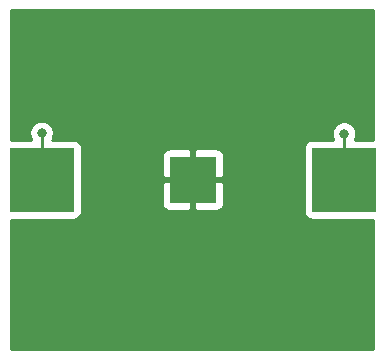
<source format=gbr>
G04 #@! TF.GenerationSoftware,KiCad,Pcbnew,(5.1.4)-1*
G04 #@! TF.CreationDate,2019-10-04T20:40:23-05:00*
G04 #@! TF.ProjectId,GettingToBlinky5.0,47657474-696e-4675-946f-426c696e6b79,rev?*
G04 #@! TF.SameCoordinates,Original*
G04 #@! TF.FileFunction,Copper,L2,Bot*
G04 #@! TF.FilePolarity,Positive*
%FSLAX46Y46*%
G04 Gerber Fmt 4.6, Leading zero omitted, Abs format (unit mm)*
G04 Created by KiCad (PCBNEW (5.1.4)-1) date 2019-10-04 20:40:23*
%MOMM*%
%LPD*%
G04 APERTURE LIST*
%ADD10R,5.500000X5.500000*%
%ADD11R,4.000000X4.000000*%
%ADD12C,0.800000*%
%ADD13C,0.250000*%
%ADD14C,0.254000*%
G04 APERTURE END LIST*
D10*
X158850000Y-97000000D03*
D11*
X146050000Y-97000000D03*
D10*
X133250000Y-97000000D03*
D12*
X139000000Y-105000000D03*
X139000000Y-91000000D03*
X143500000Y-93700000D03*
X133250000Y-93050000D03*
X158850000Y-93100000D03*
D13*
X133250000Y-97000000D02*
X133250000Y-93050000D01*
X158850000Y-97000000D02*
X158850000Y-93100000D01*
D14*
G36*
X161340001Y-93611928D02*
G01*
X159752724Y-93611928D01*
X159767205Y-93590256D01*
X159845226Y-93401898D01*
X159885000Y-93201939D01*
X159885000Y-92998061D01*
X159845226Y-92798102D01*
X159767205Y-92609744D01*
X159653937Y-92440226D01*
X159509774Y-92296063D01*
X159340256Y-92182795D01*
X159151898Y-92104774D01*
X158951939Y-92065000D01*
X158748061Y-92065000D01*
X158548102Y-92104774D01*
X158359744Y-92182795D01*
X158190226Y-92296063D01*
X158046063Y-92440226D01*
X157932795Y-92609744D01*
X157854774Y-92798102D01*
X157815000Y-92998061D01*
X157815000Y-93201939D01*
X157854774Y-93401898D01*
X157932795Y-93590256D01*
X157947276Y-93611928D01*
X156100000Y-93611928D01*
X155975518Y-93624188D01*
X155855820Y-93660498D01*
X155745506Y-93719463D01*
X155648815Y-93798815D01*
X155569463Y-93895506D01*
X155510498Y-94005820D01*
X155474188Y-94125518D01*
X155461928Y-94250000D01*
X155461928Y-99750000D01*
X155474188Y-99874482D01*
X155510498Y-99994180D01*
X155569463Y-100104494D01*
X155648815Y-100201185D01*
X155745506Y-100280537D01*
X155855820Y-100339502D01*
X155975518Y-100375812D01*
X156100000Y-100388072D01*
X161340000Y-100388072D01*
X161340000Y-111340000D01*
X130660000Y-111340000D01*
X130660000Y-100388072D01*
X136000000Y-100388072D01*
X136124482Y-100375812D01*
X136244180Y-100339502D01*
X136354494Y-100280537D01*
X136451185Y-100201185D01*
X136530537Y-100104494D01*
X136589502Y-99994180D01*
X136625812Y-99874482D01*
X136638072Y-99750000D01*
X136638072Y-99000000D01*
X143411928Y-99000000D01*
X143424188Y-99124482D01*
X143460498Y-99244180D01*
X143519463Y-99354494D01*
X143598815Y-99451185D01*
X143695506Y-99530537D01*
X143805820Y-99589502D01*
X143925518Y-99625812D01*
X144050000Y-99638072D01*
X145764250Y-99635000D01*
X145923000Y-99476250D01*
X145923000Y-97127000D01*
X146177000Y-97127000D01*
X146177000Y-99476250D01*
X146335750Y-99635000D01*
X148050000Y-99638072D01*
X148174482Y-99625812D01*
X148294180Y-99589502D01*
X148404494Y-99530537D01*
X148501185Y-99451185D01*
X148580537Y-99354494D01*
X148639502Y-99244180D01*
X148675812Y-99124482D01*
X148688072Y-99000000D01*
X148685000Y-97285750D01*
X148526250Y-97127000D01*
X146177000Y-97127000D01*
X145923000Y-97127000D01*
X143573750Y-97127000D01*
X143415000Y-97285750D01*
X143411928Y-99000000D01*
X136638072Y-99000000D01*
X136638072Y-95000000D01*
X143411928Y-95000000D01*
X143415000Y-96714250D01*
X143573750Y-96873000D01*
X145923000Y-96873000D01*
X145923000Y-94523750D01*
X146177000Y-94523750D01*
X146177000Y-96873000D01*
X148526250Y-96873000D01*
X148685000Y-96714250D01*
X148688072Y-95000000D01*
X148675812Y-94875518D01*
X148639502Y-94755820D01*
X148580537Y-94645506D01*
X148501185Y-94548815D01*
X148404494Y-94469463D01*
X148294180Y-94410498D01*
X148174482Y-94374188D01*
X148050000Y-94361928D01*
X146335750Y-94365000D01*
X146177000Y-94523750D01*
X145923000Y-94523750D01*
X145764250Y-94365000D01*
X144050000Y-94361928D01*
X143925518Y-94374188D01*
X143805820Y-94410498D01*
X143695506Y-94469463D01*
X143598815Y-94548815D01*
X143519463Y-94645506D01*
X143460498Y-94755820D01*
X143424188Y-94875518D01*
X143411928Y-95000000D01*
X136638072Y-95000000D01*
X136638072Y-94250000D01*
X136625812Y-94125518D01*
X136589502Y-94005820D01*
X136530537Y-93895506D01*
X136451185Y-93798815D01*
X136354494Y-93719463D01*
X136244180Y-93660498D01*
X136124482Y-93624188D01*
X136000000Y-93611928D01*
X134119315Y-93611928D01*
X134167205Y-93540256D01*
X134245226Y-93351898D01*
X134285000Y-93151939D01*
X134285000Y-92948061D01*
X134245226Y-92748102D01*
X134167205Y-92559744D01*
X134053937Y-92390226D01*
X133909774Y-92246063D01*
X133740256Y-92132795D01*
X133551898Y-92054774D01*
X133351939Y-92015000D01*
X133148061Y-92015000D01*
X132948102Y-92054774D01*
X132759744Y-92132795D01*
X132590226Y-92246063D01*
X132446063Y-92390226D01*
X132332795Y-92559744D01*
X132254774Y-92748102D01*
X132215000Y-92948061D01*
X132215000Y-93151939D01*
X132254774Y-93351898D01*
X132332795Y-93540256D01*
X132380685Y-93611928D01*
X130660000Y-93611928D01*
X130660000Y-82660000D01*
X161340001Y-82660000D01*
X161340001Y-93611928D01*
X161340001Y-93611928D01*
G37*
X161340001Y-93611928D02*
X159752724Y-93611928D01*
X159767205Y-93590256D01*
X159845226Y-93401898D01*
X159885000Y-93201939D01*
X159885000Y-92998061D01*
X159845226Y-92798102D01*
X159767205Y-92609744D01*
X159653937Y-92440226D01*
X159509774Y-92296063D01*
X159340256Y-92182795D01*
X159151898Y-92104774D01*
X158951939Y-92065000D01*
X158748061Y-92065000D01*
X158548102Y-92104774D01*
X158359744Y-92182795D01*
X158190226Y-92296063D01*
X158046063Y-92440226D01*
X157932795Y-92609744D01*
X157854774Y-92798102D01*
X157815000Y-92998061D01*
X157815000Y-93201939D01*
X157854774Y-93401898D01*
X157932795Y-93590256D01*
X157947276Y-93611928D01*
X156100000Y-93611928D01*
X155975518Y-93624188D01*
X155855820Y-93660498D01*
X155745506Y-93719463D01*
X155648815Y-93798815D01*
X155569463Y-93895506D01*
X155510498Y-94005820D01*
X155474188Y-94125518D01*
X155461928Y-94250000D01*
X155461928Y-99750000D01*
X155474188Y-99874482D01*
X155510498Y-99994180D01*
X155569463Y-100104494D01*
X155648815Y-100201185D01*
X155745506Y-100280537D01*
X155855820Y-100339502D01*
X155975518Y-100375812D01*
X156100000Y-100388072D01*
X161340000Y-100388072D01*
X161340000Y-111340000D01*
X130660000Y-111340000D01*
X130660000Y-100388072D01*
X136000000Y-100388072D01*
X136124482Y-100375812D01*
X136244180Y-100339502D01*
X136354494Y-100280537D01*
X136451185Y-100201185D01*
X136530537Y-100104494D01*
X136589502Y-99994180D01*
X136625812Y-99874482D01*
X136638072Y-99750000D01*
X136638072Y-99000000D01*
X143411928Y-99000000D01*
X143424188Y-99124482D01*
X143460498Y-99244180D01*
X143519463Y-99354494D01*
X143598815Y-99451185D01*
X143695506Y-99530537D01*
X143805820Y-99589502D01*
X143925518Y-99625812D01*
X144050000Y-99638072D01*
X145764250Y-99635000D01*
X145923000Y-99476250D01*
X145923000Y-97127000D01*
X146177000Y-97127000D01*
X146177000Y-99476250D01*
X146335750Y-99635000D01*
X148050000Y-99638072D01*
X148174482Y-99625812D01*
X148294180Y-99589502D01*
X148404494Y-99530537D01*
X148501185Y-99451185D01*
X148580537Y-99354494D01*
X148639502Y-99244180D01*
X148675812Y-99124482D01*
X148688072Y-99000000D01*
X148685000Y-97285750D01*
X148526250Y-97127000D01*
X146177000Y-97127000D01*
X145923000Y-97127000D01*
X143573750Y-97127000D01*
X143415000Y-97285750D01*
X143411928Y-99000000D01*
X136638072Y-99000000D01*
X136638072Y-95000000D01*
X143411928Y-95000000D01*
X143415000Y-96714250D01*
X143573750Y-96873000D01*
X145923000Y-96873000D01*
X145923000Y-94523750D01*
X146177000Y-94523750D01*
X146177000Y-96873000D01*
X148526250Y-96873000D01*
X148685000Y-96714250D01*
X148688072Y-95000000D01*
X148675812Y-94875518D01*
X148639502Y-94755820D01*
X148580537Y-94645506D01*
X148501185Y-94548815D01*
X148404494Y-94469463D01*
X148294180Y-94410498D01*
X148174482Y-94374188D01*
X148050000Y-94361928D01*
X146335750Y-94365000D01*
X146177000Y-94523750D01*
X145923000Y-94523750D01*
X145764250Y-94365000D01*
X144050000Y-94361928D01*
X143925518Y-94374188D01*
X143805820Y-94410498D01*
X143695506Y-94469463D01*
X143598815Y-94548815D01*
X143519463Y-94645506D01*
X143460498Y-94755820D01*
X143424188Y-94875518D01*
X143411928Y-95000000D01*
X136638072Y-95000000D01*
X136638072Y-94250000D01*
X136625812Y-94125518D01*
X136589502Y-94005820D01*
X136530537Y-93895506D01*
X136451185Y-93798815D01*
X136354494Y-93719463D01*
X136244180Y-93660498D01*
X136124482Y-93624188D01*
X136000000Y-93611928D01*
X134119315Y-93611928D01*
X134167205Y-93540256D01*
X134245226Y-93351898D01*
X134285000Y-93151939D01*
X134285000Y-92948061D01*
X134245226Y-92748102D01*
X134167205Y-92559744D01*
X134053937Y-92390226D01*
X133909774Y-92246063D01*
X133740256Y-92132795D01*
X133551898Y-92054774D01*
X133351939Y-92015000D01*
X133148061Y-92015000D01*
X132948102Y-92054774D01*
X132759744Y-92132795D01*
X132590226Y-92246063D01*
X132446063Y-92390226D01*
X132332795Y-92559744D01*
X132254774Y-92748102D01*
X132215000Y-92948061D01*
X132215000Y-93151939D01*
X132254774Y-93351898D01*
X132332795Y-93540256D01*
X132380685Y-93611928D01*
X130660000Y-93611928D01*
X130660000Y-82660000D01*
X161340001Y-82660000D01*
X161340001Y-93611928D01*
M02*

</source>
